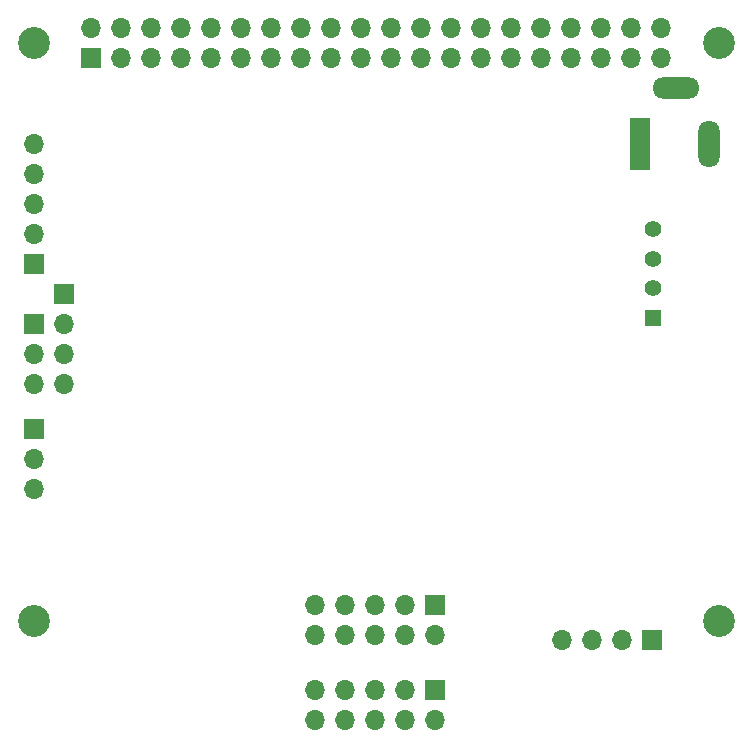
<source format=gbs>
G04 #@! TF.GenerationSoftware,KiCad,Pcbnew,(6.0.4)*
G04 #@! TF.CreationDate,2022-07-19T21:48:52-05:00*
G04 #@! TF.ProjectId,ras_pi_supercap_ups,7261735f-7069-45f7-9375-706572636170,rev?*
G04 #@! TF.SameCoordinates,Original*
G04 #@! TF.FileFunction,Soldermask,Bot*
G04 #@! TF.FilePolarity,Negative*
%FSLAX46Y46*%
G04 Gerber Fmt 4.6, Leading zero omitted, Abs format (unit mm)*
G04 Created by KiCad (PCBNEW (6.0.4)) date 2022-07-19 21:48:52*
%MOMM*%
%LPD*%
G01*
G04 APERTURE LIST*
%ADD10R,1.408000X1.408000*%
%ADD11C,1.408000*%
%ADD12R,1.700000X1.700000*%
%ADD13O,1.700000X1.700000*%
%ADD14C,2.700000*%
%ADD15R,1.800000X4.400000*%
%ADD16O,1.800000X4.000000*%
%ADD17O,4.000000X1.800000*%
G04 APERTURE END LIST*
D10*
X105960000Y-126797500D03*
D11*
X105960000Y-124297500D03*
X105960000Y-121797500D03*
X105960000Y-119297500D03*
D12*
X87475000Y-151125000D03*
D13*
X87475000Y-153665000D03*
X84935000Y-151125000D03*
X84935000Y-153665000D03*
X82395000Y-151125000D03*
X82395000Y-153665000D03*
X79855000Y-151125000D03*
X79855000Y-153665000D03*
X77315000Y-151125000D03*
X77315000Y-153665000D03*
X77315000Y-160865000D03*
X77315000Y-158325000D03*
X79855000Y-160865000D03*
X79855000Y-158325000D03*
X82395000Y-160865000D03*
X82395000Y-158325000D03*
X84935000Y-160865000D03*
X84935000Y-158325000D03*
X87475000Y-160865000D03*
D12*
X87475000Y-158325000D03*
D14*
X53500000Y-103500000D03*
X111500000Y-103500000D03*
X111540000Y-152500000D03*
D12*
X105805000Y-154040000D03*
D13*
X103265000Y-154040000D03*
X100725000Y-154040000D03*
X98185000Y-154040000D03*
D14*
X53500000Y-152500000D03*
D12*
X53501000Y-127360000D03*
D13*
X53501000Y-129900000D03*
X53501000Y-132440000D03*
D12*
X53501000Y-122280000D03*
D13*
X53501000Y-119740000D03*
X53501000Y-117200000D03*
X53501000Y-114660000D03*
X53501000Y-112120000D03*
D15*
X104850000Y-112106000D03*
D16*
X110650000Y-112106000D03*
D17*
X107850000Y-107306000D03*
D12*
X58300000Y-104770000D03*
D13*
X58300000Y-102230000D03*
X60840000Y-104770000D03*
X60840000Y-102230000D03*
X63380000Y-104770000D03*
X63380000Y-102230000D03*
X65920000Y-104770000D03*
X65920000Y-102230000D03*
X68460000Y-104770000D03*
X68460000Y-102230000D03*
X71000000Y-104770000D03*
X71000000Y-102230000D03*
X73540000Y-104770000D03*
X73540000Y-102230000D03*
X76080000Y-104770000D03*
X76080000Y-102230000D03*
X78620000Y-104770000D03*
X78620000Y-102230000D03*
X81160000Y-104770000D03*
X81160000Y-102230000D03*
X83700000Y-104770000D03*
X83700000Y-102230000D03*
X86240000Y-104770000D03*
X86240000Y-102230000D03*
X88780000Y-104770000D03*
X88780000Y-102230000D03*
X91320000Y-104770000D03*
X91320000Y-102230000D03*
X93860000Y-104770000D03*
X93860000Y-102230000D03*
X96400000Y-104770000D03*
X96400000Y-102230000D03*
X98940000Y-104770000D03*
X98940000Y-102230000D03*
X101480000Y-104770000D03*
X101480000Y-102230000D03*
X104020000Y-104770000D03*
X104020000Y-102230000D03*
X106560000Y-104770000D03*
X106560000Y-102230000D03*
D12*
X56041000Y-124820000D03*
D13*
X56041000Y-127360000D03*
X56041000Y-129900000D03*
X56041000Y-132440000D03*
D12*
X53501000Y-136195000D03*
D13*
X53501000Y-138735000D03*
X53501000Y-141275000D03*
M02*

</source>
